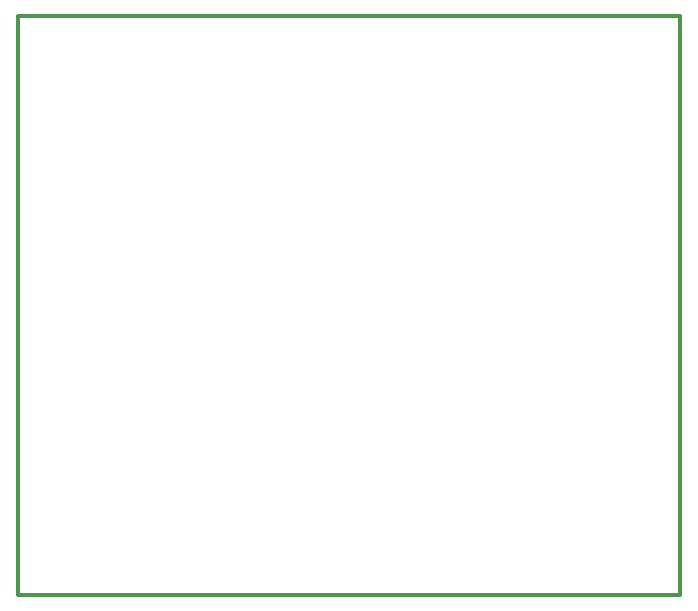
<source format=gm1>
G04*
G04 #@! TF.GenerationSoftware,Altium Limited,Altium Designer,25.0.2 (28)*
G04*
G04 Layer_Color=16711935*
%FSLAX44Y44*%
%MOMM*%
G71*
G04*
G04 #@! TF.SameCoordinates,03372A04-C462-4CF8-ACA0-C5B6D0AAF50A*
G04*
G04*
G04 #@! TF.FilePolarity,Positive*
G04*
G01*
G75*
%ADD12C,0.3000*%
D12*
X0Y0D02*
X560000D01*
Y490000D01*
X0D02*
X560000D01*
X0Y0D02*
Y490000D01*
M02*

</source>
